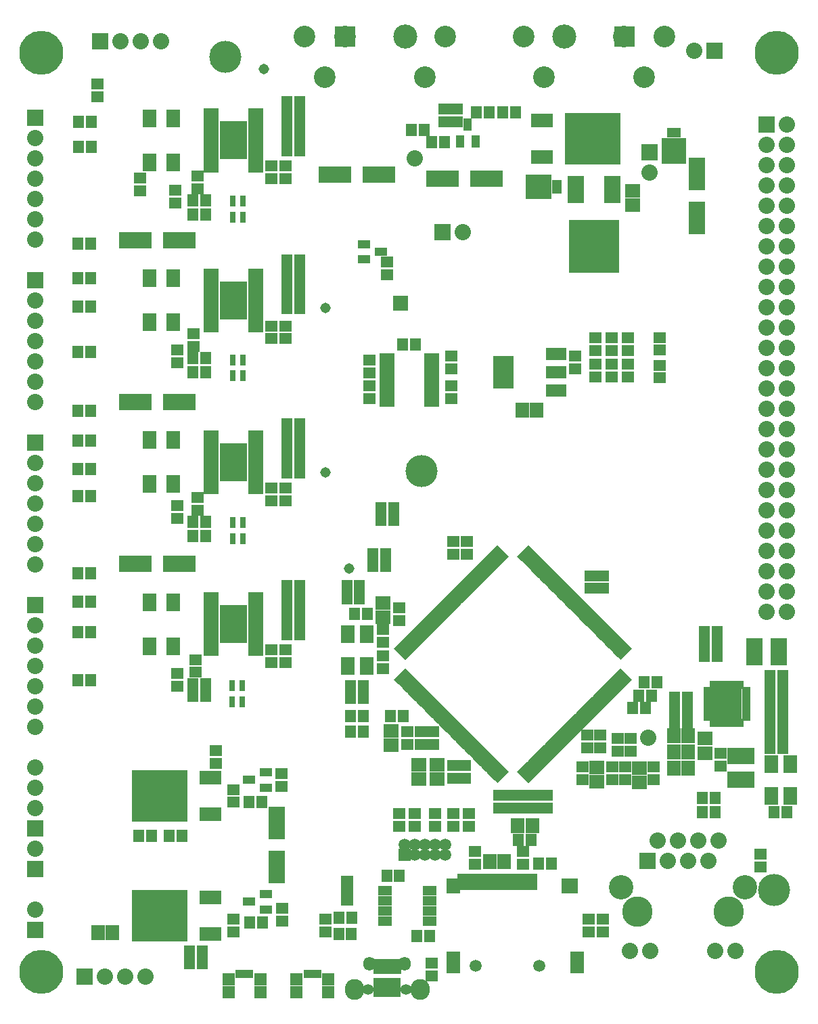
<source format=gts>
G04 (created by PCBNEW (2013-05-18 BZR 4017)-stable) date Mon 02 Mar 2015 17:36:38 GMT*
%MOIN*%
G04 Gerber Fmt 3.4, Leading zero omitted, Abs format*
%FSLAX34Y34*%
G01*
G70*
G90*
G04 APERTURE LIST*
%ADD10C,0.00590551*%
%ADD11C,0.2169*%
%ADD12R,0.1342X0.0948*%
%ADD13O,0.0594X0.0692*%
%ADD14R,0.0357X0.0731*%
%ADD15O,0.0948X0.1027*%
%ADD16C,0.0535*%
%ADD17R,0.083X0.1381*%
%ADD18R,0.2483X0.2641*%
%ADD19R,0.0779X0.0365*%
%ADD20R,0.1381X0.1901*%
%ADD21R,0.0594X0.0436*%
%ADD22R,0.0436X0.0594*%
%ADD23R,0.1X0.164*%
%ADD24R,0.1X0.06*%
%ADD25R,0.1617X0.083*%
%ADD26R,0.083X0.1617*%
%ADD27R,0.0574X0.0594*%
%ADD28R,0.0594X0.0574*%
%ADD29R,0.0653X0.0909*%
%ADD30R,0.0653X0.0771*%
%ADD31R,0.0771X0.0653*%
%ADD32R,0.1106X0.0712*%
%ADD33R,0.2759X0.2523*%
%ADD34R,0.08X0.08*%
%ADD35C,0.08*%
%ADD36R,0.1342X0.0791*%
%ADD37R,0.0791X0.1342*%
%ADD38R,0.0594X0.0594*%
%ADD39C,0.0594*%
%ADD40R,0.0633X0.0987*%
%ADD41R,0.0633X0.0515*%
%ADD42R,0.0672X0.1066*%
%ADD43R,0.0672X0.0751*%
%ADD44R,0.083X0.0751*%
%ADD45R,0.0476X0.083*%
%ADD46R,0.07X0.045*%
%ADD47R,0.0298X0.0436*%
%ADD48R,0.0436X0.0298*%
%ADD49R,0.1499X0.1499*%
%ADD50R,0.12X0.1251*%
%ADD51R,0.07X0.05*%
%ADD52R,0.1251X0.12*%
%ADD53R,0.05X0.07*%
%ADD54C,0.1499*%
%ADD55C,0.12*%
%ADD56R,0.0672X0.0909*%
%ADD57C,0.0515*%
%ADD58C,0.1576*%
%ADD59R,0.029X0.054*%
%ADD60R,0.0987X0.0987*%
%ADD61C,0.1184*%
%ADD62C,0.1066*%
%ADD63R,0.075X0.075*%
%ADD64R,0.0593701X0.0593701*%
%ADD65R,0.0869291X0.043622*%
G04 APERTURE END LIST*
G54D10*
G54D11*
X2754Y1575D03*
G54D12*
X19781Y787D03*
G54D13*
X18905Y1968D03*
G54D14*
X19781Y1840D03*
X19525Y1840D03*
X19269Y1840D03*
X20037Y1840D03*
X20293Y1840D03*
G54D13*
X20657Y1968D03*
G54D15*
X21395Y716D03*
X18167Y716D03*
G54D16*
X20716Y716D03*
X18846Y716D03*
G54D17*
X30890Y40115D03*
G54D18*
X29990Y37288D03*
G54D17*
X29090Y40115D03*
G54D19*
X13303Y34515D03*
X13303Y34771D03*
X13303Y35027D03*
X13303Y35283D03*
X11101Y33751D03*
X13303Y33747D03*
X13303Y34003D03*
X13303Y34259D03*
X11099Y35539D03*
X11099Y35283D03*
X11099Y35027D03*
X11099Y34771D03*
X11099Y34515D03*
X11099Y34259D03*
X13303Y35539D03*
X11101Y34003D03*
X13303Y33491D03*
X13303Y35795D03*
X11099Y35795D03*
X11099Y33491D03*
X13303Y33236D03*
X13303Y36050D03*
X11099Y36050D03*
X11099Y33236D03*
G54D20*
X12201Y34643D03*
G54D19*
X13302Y26542D03*
X13302Y26798D03*
X13302Y27054D03*
X13302Y27310D03*
X11100Y25778D03*
X13302Y25774D03*
X13302Y26030D03*
X13302Y26286D03*
X11098Y27566D03*
X11098Y27310D03*
X11098Y27054D03*
X11098Y26798D03*
X11098Y26542D03*
X11098Y26286D03*
X13302Y27566D03*
X11100Y26030D03*
X13302Y25518D03*
X13302Y27822D03*
X11098Y27822D03*
X11098Y25518D03*
X13302Y25263D03*
X13302Y28077D03*
X11098Y28077D03*
X11098Y25263D03*
G54D20*
X12200Y26670D03*
G54D19*
X13302Y18571D03*
X13302Y18827D03*
X13302Y19083D03*
X13302Y19339D03*
X11100Y17807D03*
X13302Y17803D03*
X13302Y18059D03*
X13302Y18315D03*
X11098Y19595D03*
X11098Y19339D03*
X11098Y19083D03*
X11098Y18827D03*
X11098Y18571D03*
X11098Y18315D03*
X13302Y19595D03*
X11100Y18059D03*
X13302Y17547D03*
X13302Y19851D03*
X11098Y19851D03*
X11098Y17547D03*
X13302Y17292D03*
X13302Y20106D03*
X11098Y20106D03*
X11098Y17292D03*
G54D20*
X12200Y18699D03*
G54D19*
X13304Y42391D03*
X13304Y42647D03*
X13304Y42903D03*
X13304Y43159D03*
X11102Y41627D03*
X13304Y41623D03*
X13304Y41879D03*
X13304Y42135D03*
X11100Y43415D03*
X11100Y43159D03*
X11100Y42903D03*
X11100Y42647D03*
X11100Y42391D03*
X11100Y42135D03*
X13304Y43415D03*
X11102Y41879D03*
X13304Y41367D03*
X13304Y43671D03*
X11100Y43671D03*
X11100Y41367D03*
X13304Y41112D03*
X13304Y43926D03*
X11100Y43926D03*
X11100Y41112D03*
G54D20*
X12202Y42519D03*
G54D19*
X19762Y30837D03*
X19762Y30581D03*
X19762Y30325D03*
X19762Y30069D03*
X21964Y31601D03*
X19762Y31605D03*
X19762Y31349D03*
X19762Y31093D03*
X21966Y29813D03*
X21966Y30069D03*
X21966Y30325D03*
X21966Y30581D03*
X21966Y30837D03*
X21966Y31093D03*
X19762Y29813D03*
X21964Y31349D03*
X19762Y31861D03*
X19762Y29557D03*
X21966Y29557D03*
X21966Y31861D03*
G54D21*
X13800Y4645D03*
X12968Y5020D03*
X13800Y5395D03*
X13800Y10649D03*
X12968Y11024D03*
X13800Y11399D03*
G54D22*
X23383Y42478D03*
X23758Y43310D03*
X24133Y42478D03*
G54D23*
X25509Y31106D03*
G54D24*
X28109Y31106D03*
X28109Y32006D03*
X28109Y30206D03*
G54D25*
X17217Y40838D03*
X19383Y40838D03*
X9546Y21654D03*
X7380Y21654D03*
X9546Y37598D03*
X7380Y37598D03*
X9546Y29626D03*
X7380Y29626D03*
G54D26*
X35029Y40855D03*
X35029Y38689D03*
G54D27*
X35411Y18307D03*
X36041Y18307D03*
X39288Y16142D03*
X38658Y16142D03*
X39288Y15551D03*
X38658Y15551D03*
X35411Y17717D03*
X36041Y17717D03*
X35411Y17126D03*
X36041Y17126D03*
X39288Y14370D03*
X38658Y14370D03*
X39288Y14961D03*
X38658Y14961D03*
X33934Y14469D03*
X34564Y14469D03*
X33934Y15059D03*
X34564Y15059D03*
X38658Y13189D03*
X39288Y13189D03*
G54D28*
X22600Y43423D03*
X22600Y44053D03*
X23200Y43423D03*
X23200Y44053D03*
X12202Y9921D03*
X12202Y10551D03*
X18896Y29803D03*
X18896Y30433D03*
X20372Y9370D03*
X20372Y8740D03*
G54D27*
X20096Y23819D03*
X19466Y23819D03*
G54D28*
X16731Y3524D03*
X16731Y4154D03*
G54D27*
X17990Y14173D03*
X18620Y14173D03*
X17990Y13386D03*
X18620Y13386D03*
X39289Y13780D03*
X38659Y13780D03*
X33934Y13878D03*
X34564Y13878D03*
G54D28*
X29722Y4154D03*
X29722Y3524D03*
X30411Y3524D03*
X30411Y4154D03*
G54D27*
X13601Y9942D03*
X12971Y9942D03*
X13640Y4016D03*
X13010Y4016D03*
G54D28*
X12222Y4154D03*
X12222Y3524D03*
X18896Y31713D03*
X18896Y31083D03*
G54D27*
X19703Y21555D03*
X19073Y21555D03*
G54D28*
X31159Y12441D03*
X31159Y13071D03*
G54D27*
X18423Y19980D03*
X17793Y19980D03*
X38856Y9449D03*
X39486Y9449D03*
X39289Y12598D03*
X38659Y12598D03*
X35313Y10138D03*
X35943Y10138D03*
X35313Y9449D03*
X35943Y9449D03*
X19703Y22146D03*
X19073Y22146D03*
X20096Y24409D03*
X19466Y24409D03*
G54D28*
X31789Y12441D03*
X31789Y13071D03*
G54D27*
X18423Y20571D03*
X17793Y20571D03*
G54D28*
X9447Y31575D03*
X9447Y32205D03*
G54D27*
X15470Y35433D03*
X14840Y35433D03*
X14841Y34839D03*
X15471Y34839D03*
X18620Y15650D03*
X17990Y15650D03*
X14840Y34252D03*
X15470Y34252D03*
G54D28*
X14762Y33382D03*
X14762Y32752D03*
G54D27*
X14840Y36024D03*
X15470Y36024D03*
G54D28*
X14073Y32752D03*
X14073Y33382D03*
X9447Y15630D03*
X9447Y16260D03*
G54D27*
X15470Y19390D03*
X14840Y19390D03*
X14839Y18796D03*
X15469Y18796D03*
G54D28*
X21159Y9370D03*
X21159Y8740D03*
G54D27*
X14840Y18209D03*
X15470Y18209D03*
G54D28*
X14760Y17438D03*
X14760Y16808D03*
G54D27*
X14840Y19980D03*
X15470Y19980D03*
G54D28*
X14071Y16808D03*
X14071Y17438D03*
X9348Y39449D03*
X9348Y40079D03*
G54D27*
X15470Y43209D03*
X14840Y43209D03*
X14842Y42617D03*
X15472Y42617D03*
X14840Y42028D03*
X15470Y42028D03*
G54D28*
X14763Y41258D03*
X14763Y40628D03*
G54D27*
X14840Y43799D03*
X15470Y43799D03*
G54D28*
X14074Y40628D03*
X14074Y41258D03*
X9447Y23898D03*
X9447Y24528D03*
G54D27*
X15470Y27362D03*
X14840Y27362D03*
X14840Y26768D03*
X15470Y26768D03*
X14840Y26181D03*
X15470Y26181D03*
G54D28*
X14761Y25410D03*
X14761Y24780D03*
G54D27*
X14840Y27953D03*
X15470Y27953D03*
G54D28*
X14072Y24780D03*
X14072Y25410D03*
X22144Y9370D03*
X22144Y8740D03*
G54D29*
X9250Y41437D03*
X8068Y41437D03*
G54D30*
X33895Y12402D03*
X34603Y12402D03*
X33895Y13189D03*
X34603Y13189D03*
G54D27*
X17400Y3445D03*
X18015Y3445D03*
G54D31*
X35431Y13052D03*
X35431Y12344D03*
G54D30*
X26435Y29248D03*
X27143Y29248D03*
G54D29*
X9250Y25591D03*
X8068Y25591D03*
X9250Y27756D03*
X8068Y27756D03*
X9250Y43602D03*
X8068Y43602D03*
X9250Y33563D03*
X8068Y33563D03*
X9250Y17618D03*
X8068Y17618D03*
X9250Y35728D03*
X8068Y35728D03*
X9250Y19783D03*
X8068Y19783D03*
G54D28*
X22932Y31279D03*
X22932Y31909D03*
G54D32*
X11063Y3431D03*
G54D33*
X8563Y4331D03*
G54D32*
X11063Y5231D03*
X11061Y9336D03*
G54D33*
X8561Y10236D03*
G54D32*
X11061Y11136D03*
X27400Y43488D03*
G54D33*
X29900Y42588D03*
G54D32*
X27400Y41688D03*
G54D27*
X8187Y8268D03*
X7557Y8268D03*
X10667Y2003D03*
X10037Y2003D03*
X24821Y43898D03*
X24191Y43898D03*
X10052Y2578D03*
X10667Y2578D03*
X9663Y8268D03*
X9048Y8268D03*
X26100Y43898D03*
X25485Y43898D03*
G54D34*
X2429Y43625D03*
G54D35*
X2429Y42625D03*
X2429Y41625D03*
X2429Y40625D03*
X2429Y39625D03*
X2429Y38625D03*
X2429Y37625D03*
G54D34*
X2429Y35625D03*
G54D35*
X2429Y34625D03*
X2429Y33625D03*
X2429Y32625D03*
X2429Y31625D03*
X2429Y30625D03*
X2429Y29625D03*
G54D34*
X2429Y27625D03*
G54D35*
X2429Y26625D03*
X2429Y25625D03*
X2429Y24625D03*
X2429Y23625D03*
X2429Y22625D03*
X2429Y21625D03*
G54D34*
X2429Y19625D03*
G54D35*
X2429Y18625D03*
X2429Y17625D03*
X2429Y16625D03*
X2429Y15625D03*
X2429Y14625D03*
X2429Y13625D03*
G54D34*
X35911Y46929D03*
G54D35*
X34911Y46929D03*
G54D28*
X22932Y30432D03*
X22932Y29802D03*
X36218Y12323D03*
X36218Y11693D03*
G54D36*
X37203Y12205D03*
X37203Y11023D03*
G54D37*
X37891Y17323D03*
X39073Y17323D03*
G54D30*
X34604Y11614D03*
X33896Y11614D03*
G54D27*
X10844Y31791D03*
X10214Y31791D03*
X10844Y39567D03*
X10214Y39567D03*
X10844Y15748D03*
X10214Y15748D03*
X10844Y23720D03*
X10214Y23720D03*
X10214Y31102D03*
X10829Y31102D03*
X10214Y38878D03*
X10829Y38878D03*
X10214Y15157D03*
X10829Y15157D03*
X10214Y23031D03*
X10829Y23031D03*
X14840Y28543D03*
X15470Y28543D03*
X14840Y44390D03*
X15470Y44390D03*
X14840Y36614D03*
X15470Y36614D03*
X14840Y20571D03*
X15470Y20571D03*
G54D30*
X25549Y6988D03*
X24841Y6988D03*
G54D38*
X20651Y7329D03*
G54D39*
X20651Y7829D03*
X21151Y7329D03*
X21151Y7829D03*
X21651Y7329D03*
X21651Y7829D03*
X22151Y7329D03*
X22151Y7829D03*
X22651Y7329D03*
X22651Y7829D03*
G54D40*
X17813Y5807D03*
G54D41*
X17813Y5059D03*
G54D39*
X24140Y1870D03*
X27282Y1870D03*
G54D42*
X23030Y2027D03*
X29132Y2027D03*
G54D43*
X23030Y5807D03*
G54D44*
X28778Y5807D03*
G54D45*
X26947Y6004D03*
X26514Y6004D03*
X26081Y6004D03*
X25648Y6004D03*
X25215Y6004D03*
X24782Y6004D03*
X24349Y6004D03*
X23916Y6004D03*
X23483Y6004D03*
G54D28*
X32911Y11024D03*
X32911Y11654D03*
X30864Y11024D03*
X30864Y11654D03*
G54D27*
X18187Y19193D03*
X18817Y19193D03*
G54D28*
X27655Y10256D03*
X27655Y9626D03*
G54D27*
X26258Y8071D03*
X26888Y8071D03*
G54D28*
X20766Y13406D03*
X20766Y12776D03*
G54D10*
G36*
X25553Y21812D02*
X24994Y22372D01*
X25213Y22591D01*
X25773Y22032D01*
X25553Y21812D01*
X25553Y21812D01*
G37*
G36*
X25414Y21673D02*
X24855Y22232D01*
X25074Y22452D01*
X25633Y21892D01*
X25414Y21673D01*
X25414Y21673D01*
G37*
G36*
X25275Y21534D02*
X24715Y22093D01*
X24935Y22312D01*
X25494Y21753D01*
X25275Y21534D01*
X25275Y21534D01*
G37*
G36*
X25135Y21395D02*
X24576Y21954D01*
X24795Y22173D01*
X25355Y21614D01*
X25135Y21395D01*
X25135Y21395D01*
G37*
G36*
X24996Y21255D02*
X24437Y21815D01*
X24656Y22034D01*
X25215Y21474D01*
X24996Y21255D01*
X24996Y21255D01*
G37*
G36*
X24858Y21117D02*
X24298Y21676D01*
X24517Y21895D01*
X25077Y21336D01*
X24858Y21117D01*
X24858Y21117D01*
G37*
G36*
X24718Y20977D02*
X24159Y21537D01*
X24378Y21756D01*
X24937Y21197D01*
X24718Y20977D01*
X24718Y20977D01*
G37*
G36*
X24579Y20838D02*
X24020Y21397D01*
X24239Y21617D01*
X24798Y21057D01*
X24579Y20838D01*
X24579Y20838D01*
G37*
G36*
X24440Y20699D02*
X23880Y21258D01*
X24100Y21477D01*
X24659Y20918D01*
X24440Y20699D01*
X24440Y20699D01*
G37*
G36*
X24300Y20559D02*
X23741Y21119D01*
X23960Y21338D01*
X24520Y20779D01*
X24300Y20559D01*
X24300Y20559D01*
G37*
G36*
X24161Y20420D02*
X23602Y20979D01*
X23821Y21199D01*
X24380Y20639D01*
X24161Y20420D01*
X24161Y20420D01*
G37*
G36*
X24022Y20282D02*
X23463Y20841D01*
X23682Y21060D01*
X24242Y20501D01*
X24022Y20282D01*
X24022Y20282D01*
G37*
G36*
X23883Y20142D02*
X23324Y20702D01*
X23543Y20921D01*
X24102Y20361D01*
X23883Y20142D01*
X23883Y20142D01*
G37*
G36*
X23744Y20003D02*
X23185Y20562D01*
X23404Y20781D01*
X23963Y20222D01*
X23744Y20003D01*
X23744Y20003D01*
G37*
G36*
X23605Y19864D02*
X23045Y20423D01*
X23264Y20642D01*
X23824Y20083D01*
X23605Y19864D01*
X23605Y19864D01*
G37*
G36*
X23465Y19724D02*
X22906Y20284D01*
X23125Y20503D01*
X23684Y19944D01*
X23465Y19724D01*
X23465Y19724D01*
G37*
G36*
X23326Y19585D02*
X22767Y20144D01*
X22986Y20364D01*
X23545Y19804D01*
X23326Y19585D01*
X23326Y19585D01*
G37*
G36*
X23187Y19446D02*
X22627Y20005D01*
X22847Y20224D01*
X23406Y19665D01*
X23187Y19446D01*
X23187Y19446D01*
G37*
G36*
X23048Y19307D02*
X22489Y19866D01*
X22708Y20086D01*
X23267Y19526D01*
X23048Y19307D01*
X23048Y19307D01*
G37*
G36*
X22909Y19168D02*
X22349Y19727D01*
X22569Y19946D01*
X23128Y19387D01*
X22909Y19168D01*
X22909Y19168D01*
G37*
G36*
X22769Y19029D02*
X22210Y19588D01*
X22429Y19807D01*
X22989Y19248D01*
X22769Y19029D01*
X22769Y19029D01*
G37*
G36*
X22630Y18889D02*
X22071Y19449D01*
X22290Y19668D01*
X22849Y19108D01*
X22630Y18889D01*
X22630Y18889D01*
G37*
G36*
X22491Y18750D02*
X21932Y19309D01*
X22151Y19528D01*
X22710Y18969D01*
X22491Y18750D01*
X22491Y18750D01*
G37*
G36*
X22352Y18611D02*
X21792Y19170D01*
X22011Y19389D01*
X22571Y18830D01*
X22352Y18611D01*
X22352Y18611D01*
G37*
G36*
X22212Y18471D02*
X21653Y19031D01*
X21872Y19250D01*
X22431Y18691D01*
X22212Y18471D01*
X22212Y18471D01*
G37*
G36*
X22074Y18333D02*
X21514Y18892D01*
X21734Y19111D01*
X22293Y18552D01*
X22074Y18333D01*
X22074Y18333D01*
G37*
G36*
X21934Y18193D02*
X21375Y18753D01*
X21594Y18972D01*
X22154Y18413D01*
X21934Y18193D01*
X21934Y18193D01*
G37*
G36*
X21795Y18054D02*
X21236Y18613D01*
X21455Y18833D01*
X22014Y18273D01*
X21795Y18054D01*
X21795Y18054D01*
G37*
G36*
X21656Y17915D02*
X21096Y18474D01*
X21316Y18693D01*
X21875Y18134D01*
X21656Y17915D01*
X21656Y17915D01*
G37*
G36*
X21516Y17776D02*
X20957Y18335D01*
X21176Y18554D01*
X21736Y17995D01*
X21516Y17776D01*
X21516Y17776D01*
G37*
G36*
X21377Y17636D02*
X20818Y18196D01*
X21037Y18415D01*
X21596Y17855D01*
X21377Y17636D01*
X21377Y17636D01*
G37*
G36*
X21239Y17498D02*
X20679Y18057D01*
X20898Y18276D01*
X21458Y17717D01*
X21239Y17498D01*
X21239Y17498D01*
G37*
G36*
X21099Y17358D02*
X20540Y17918D01*
X20759Y18137D01*
X21318Y17578D01*
X21099Y17358D01*
X21099Y17358D01*
G37*
G36*
X20960Y17219D02*
X20401Y17778D01*
X20620Y17998D01*
X21179Y17438D01*
X20960Y17219D01*
X20960Y17219D01*
G37*
G36*
X20821Y17080D02*
X20261Y17639D01*
X20481Y17858D01*
X21040Y17299D01*
X20821Y17080D01*
X20821Y17080D01*
G37*
G36*
X20681Y16940D02*
X20122Y17500D01*
X20341Y17719D01*
X20901Y17160D01*
X20681Y16940D01*
X20681Y16940D01*
G37*
G36*
X26750Y10872D02*
X26190Y11431D01*
X26410Y11651D01*
X26969Y11091D01*
X26750Y10872D01*
X26750Y10872D01*
G37*
G36*
X26889Y11011D02*
X26330Y11571D01*
X26549Y11790D01*
X27108Y11231D01*
X26889Y11011D01*
X26889Y11011D01*
G37*
G36*
X27028Y11151D02*
X26469Y11710D01*
X26688Y11929D01*
X27248Y11370D01*
X27028Y11151D01*
X27028Y11151D01*
G37*
G36*
X27168Y11290D02*
X26608Y11849D01*
X26828Y12068D01*
X27387Y11509D01*
X27168Y11290D01*
X27168Y11290D01*
G37*
G36*
X27307Y11429D02*
X26748Y11989D01*
X26967Y12208D01*
X27526Y11648D01*
X27307Y11429D01*
X27307Y11429D01*
G37*
G36*
X27446Y11568D02*
X26886Y12127D01*
X27105Y12346D01*
X27665Y11787D01*
X27446Y11568D01*
X27446Y11568D01*
G37*
G36*
X27585Y11707D02*
X27026Y12266D01*
X27245Y12486D01*
X27804Y11926D01*
X27585Y11707D01*
X27585Y11707D01*
G37*
G36*
X27724Y11846D02*
X27165Y12406D01*
X27384Y12625D01*
X27943Y12066D01*
X27724Y11846D01*
X27724Y11846D01*
G37*
G36*
X27863Y11986D02*
X27304Y12545D01*
X27523Y12764D01*
X28083Y12205D01*
X27863Y11986D01*
X27863Y11986D01*
G37*
G36*
X28003Y12125D02*
X27443Y12684D01*
X27663Y12904D01*
X28222Y12344D01*
X28003Y12125D01*
X28003Y12125D01*
G37*
G36*
X28142Y12264D02*
X27583Y12824D01*
X27802Y13043D01*
X28361Y12484D01*
X28142Y12264D01*
X28142Y12264D01*
G37*
G36*
X28281Y12403D02*
X27721Y12962D01*
X27941Y13181D01*
X28500Y12622D01*
X28281Y12403D01*
X28281Y12403D01*
G37*
G36*
X28420Y12542D02*
X27861Y13102D01*
X28080Y13321D01*
X28639Y12761D01*
X28420Y12542D01*
X28420Y12542D01*
G37*
G36*
X28559Y12682D02*
X28000Y13241D01*
X28219Y13460D01*
X28778Y12901D01*
X28559Y12682D01*
X28559Y12682D01*
G37*
G36*
X28699Y12821D02*
X28139Y13380D01*
X28358Y13599D01*
X28918Y13040D01*
X28699Y12821D01*
X28699Y12821D01*
G37*
G36*
X28838Y12960D02*
X28279Y13519D01*
X28498Y13739D01*
X29057Y13179D01*
X28838Y12960D01*
X28838Y12960D01*
G37*
G36*
X28977Y13099D02*
X28418Y13659D01*
X28637Y13878D01*
X29196Y13319D01*
X28977Y13099D01*
X28977Y13099D01*
G37*
G36*
X29116Y13239D02*
X28557Y13798D01*
X28776Y14017D01*
X29336Y13458D01*
X29116Y13239D01*
X29116Y13239D01*
G37*
G36*
X29255Y13377D02*
X28696Y13937D01*
X28915Y14156D01*
X29474Y13597D01*
X29255Y13377D01*
X29255Y13377D01*
G37*
G36*
X29394Y13517D02*
X28835Y14076D01*
X29054Y14295D01*
X29614Y13736D01*
X29394Y13517D01*
X29394Y13517D01*
G37*
G36*
X29534Y13656D02*
X28974Y14215D01*
X29194Y14434D01*
X29753Y13875D01*
X29534Y13656D01*
X29534Y13656D01*
G37*
G36*
X29673Y13795D02*
X29114Y14355D01*
X29333Y14574D01*
X29892Y14014D01*
X29673Y13795D01*
X29673Y13795D01*
G37*
G36*
X29812Y13935D02*
X29253Y14494D01*
X29472Y14713D01*
X30031Y14154D01*
X29812Y13935D01*
X29812Y13935D01*
G37*
G36*
X29952Y14074D02*
X29392Y14633D01*
X29611Y14852D01*
X30171Y14293D01*
X29952Y14074D01*
X29952Y14074D01*
G37*
G36*
X30091Y14213D02*
X29532Y14772D01*
X29751Y14992D01*
X30310Y14432D01*
X30091Y14213D01*
X30091Y14213D01*
G37*
G36*
X30229Y14352D02*
X29670Y14911D01*
X29889Y15130D01*
X30449Y14571D01*
X30229Y14352D01*
X30229Y14352D01*
G37*
G36*
X30369Y14491D02*
X29809Y15050D01*
X30029Y15270D01*
X30588Y14710D01*
X30369Y14491D01*
X30369Y14491D01*
G37*
G36*
X30508Y14630D02*
X29949Y15190D01*
X30168Y15409D01*
X30727Y14850D01*
X30508Y14630D01*
X30508Y14630D01*
G37*
G36*
X30647Y14770D02*
X30088Y15329D01*
X30307Y15548D01*
X30867Y14989D01*
X30647Y14770D01*
X30647Y14770D01*
G37*
G36*
X30787Y14909D02*
X30227Y15468D01*
X30447Y15687D01*
X31006Y15128D01*
X30787Y14909D01*
X30787Y14909D01*
G37*
G36*
X30926Y15048D02*
X30367Y15608D01*
X30586Y15827D01*
X31145Y15267D01*
X30926Y15048D01*
X30926Y15048D01*
G37*
G36*
X31065Y15187D02*
X30505Y15746D01*
X30724Y15965D01*
X31284Y15406D01*
X31065Y15187D01*
X31065Y15187D01*
G37*
G36*
X31204Y15326D02*
X30645Y15885D01*
X30864Y16105D01*
X31423Y15545D01*
X31204Y15326D01*
X31204Y15326D01*
G37*
G36*
X31343Y15465D02*
X30784Y16025D01*
X31003Y16244D01*
X31562Y15685D01*
X31343Y15465D01*
X31343Y15465D01*
G37*
G36*
X31482Y15605D02*
X30923Y16164D01*
X31142Y16383D01*
X31702Y15824D01*
X31482Y15605D01*
X31482Y15605D01*
G37*
G36*
X31622Y15744D02*
X31062Y16303D01*
X31282Y16523D01*
X31841Y15963D01*
X31622Y15744D01*
X31622Y15744D01*
G37*
G36*
X20341Y15744D02*
X20122Y15963D01*
X20681Y16523D01*
X20901Y16303D01*
X20341Y15744D01*
X20341Y15744D01*
G37*
G36*
X20481Y15605D02*
X20261Y15824D01*
X20821Y16383D01*
X21040Y16164D01*
X20481Y15605D01*
X20481Y15605D01*
G37*
G36*
X20620Y15465D02*
X20401Y15685D01*
X20960Y16244D01*
X21179Y16025D01*
X20620Y15465D01*
X20620Y15465D01*
G37*
G36*
X20759Y15326D02*
X20540Y15545D01*
X21099Y16105D01*
X21318Y15885D01*
X20759Y15326D01*
X20759Y15326D01*
G37*
G36*
X20898Y15187D02*
X20679Y15406D01*
X21239Y15965D01*
X21458Y15746D01*
X20898Y15187D01*
X20898Y15187D01*
G37*
G36*
X21037Y15048D02*
X20818Y15267D01*
X21377Y15827D01*
X21596Y15608D01*
X21037Y15048D01*
X21037Y15048D01*
G37*
G36*
X21176Y14909D02*
X20957Y15128D01*
X21516Y15687D01*
X21736Y15468D01*
X21176Y14909D01*
X21176Y14909D01*
G37*
G36*
X21316Y14770D02*
X21096Y14989D01*
X21656Y15548D01*
X21875Y15329D01*
X21316Y14770D01*
X21316Y14770D01*
G37*
G36*
X21455Y14630D02*
X21236Y14850D01*
X21795Y15409D01*
X22014Y15190D01*
X21455Y14630D01*
X21455Y14630D01*
G37*
G36*
X21594Y14491D02*
X21375Y14710D01*
X21934Y15270D01*
X22154Y15050D01*
X21594Y14491D01*
X21594Y14491D01*
G37*
G36*
X21734Y14352D02*
X21514Y14571D01*
X22074Y15130D01*
X22293Y14911D01*
X21734Y14352D01*
X21734Y14352D01*
G37*
G36*
X21872Y14213D02*
X21653Y14432D01*
X22212Y14992D01*
X22431Y14772D01*
X21872Y14213D01*
X21872Y14213D01*
G37*
G36*
X22011Y14074D02*
X21792Y14293D01*
X22352Y14852D01*
X22571Y14633D01*
X22011Y14074D01*
X22011Y14074D01*
G37*
G36*
X22151Y13935D02*
X21932Y14154D01*
X22491Y14713D01*
X22710Y14494D01*
X22151Y13935D01*
X22151Y13935D01*
G37*
G36*
X22290Y13795D02*
X22071Y14014D01*
X22630Y14574D01*
X22849Y14355D01*
X22290Y13795D01*
X22290Y13795D01*
G37*
G36*
X22429Y13656D02*
X22210Y13875D01*
X22769Y14434D01*
X22989Y14215D01*
X22429Y13656D01*
X22429Y13656D01*
G37*
G36*
X22569Y13517D02*
X22349Y13736D01*
X22909Y14295D01*
X23128Y14076D01*
X22569Y13517D01*
X22569Y13517D01*
G37*
G36*
X22708Y13377D02*
X22489Y13597D01*
X23048Y14156D01*
X23267Y13937D01*
X22708Y13377D01*
X22708Y13377D01*
G37*
G36*
X22847Y13239D02*
X22627Y13458D01*
X23187Y14017D01*
X23406Y13798D01*
X22847Y13239D01*
X22847Y13239D01*
G37*
G36*
X22986Y13099D02*
X22767Y13319D01*
X23326Y13878D01*
X23545Y13659D01*
X22986Y13099D01*
X22986Y13099D01*
G37*
G36*
X23125Y12960D02*
X22906Y13179D01*
X23465Y13739D01*
X23684Y13519D01*
X23125Y12960D01*
X23125Y12960D01*
G37*
G36*
X23264Y12821D02*
X23045Y13040D01*
X23605Y13599D01*
X23824Y13380D01*
X23264Y12821D01*
X23264Y12821D01*
G37*
G36*
X23404Y12682D02*
X23185Y12901D01*
X23744Y13460D01*
X23963Y13241D01*
X23404Y12682D01*
X23404Y12682D01*
G37*
G36*
X23543Y12542D02*
X23324Y12761D01*
X23883Y13321D01*
X24102Y13102D01*
X23543Y12542D01*
X23543Y12542D01*
G37*
G36*
X23682Y12403D02*
X23463Y12622D01*
X24022Y13181D01*
X24242Y12962D01*
X23682Y12403D01*
X23682Y12403D01*
G37*
G36*
X23821Y12264D02*
X23602Y12484D01*
X24161Y13043D01*
X24380Y12824D01*
X23821Y12264D01*
X23821Y12264D01*
G37*
G36*
X23960Y12125D02*
X23741Y12344D01*
X24300Y12904D01*
X24520Y12684D01*
X23960Y12125D01*
X23960Y12125D01*
G37*
G36*
X24100Y11986D02*
X23880Y12205D01*
X24440Y12764D01*
X24659Y12545D01*
X24100Y11986D01*
X24100Y11986D01*
G37*
G36*
X24239Y11846D02*
X24020Y12066D01*
X24579Y12625D01*
X24798Y12406D01*
X24239Y11846D01*
X24239Y11846D01*
G37*
G36*
X24378Y11707D02*
X24159Y11926D01*
X24718Y12486D01*
X24937Y12266D01*
X24378Y11707D01*
X24378Y11707D01*
G37*
G36*
X24517Y11568D02*
X24298Y11787D01*
X24858Y12346D01*
X25077Y12127D01*
X24517Y11568D01*
X24517Y11568D01*
G37*
G36*
X24656Y11429D02*
X24437Y11648D01*
X24996Y12208D01*
X25215Y11989D01*
X24656Y11429D01*
X24656Y11429D01*
G37*
G36*
X24795Y11290D02*
X24576Y11509D01*
X25135Y12068D01*
X25355Y11849D01*
X24795Y11290D01*
X24795Y11290D01*
G37*
G36*
X24935Y11151D02*
X24715Y11370D01*
X25275Y11929D01*
X25494Y11710D01*
X24935Y11151D01*
X24935Y11151D01*
G37*
G36*
X25074Y11011D02*
X24855Y11231D01*
X25414Y11790D01*
X25633Y11571D01*
X25074Y11011D01*
X25074Y11011D01*
G37*
G36*
X25213Y10872D02*
X24994Y11091D01*
X25553Y11651D01*
X25773Y11431D01*
X25213Y10872D01*
X25213Y10872D01*
G37*
G36*
X31282Y16940D02*
X31062Y17160D01*
X31622Y17719D01*
X31841Y17500D01*
X31282Y16940D01*
X31282Y16940D01*
G37*
G36*
X31142Y17080D02*
X30923Y17299D01*
X31482Y17858D01*
X31702Y17639D01*
X31142Y17080D01*
X31142Y17080D01*
G37*
G36*
X31003Y17219D02*
X30784Y17438D01*
X31343Y17998D01*
X31562Y17778D01*
X31003Y17219D01*
X31003Y17219D01*
G37*
G36*
X30864Y17358D02*
X30645Y17578D01*
X31204Y18137D01*
X31423Y17918D01*
X30864Y17358D01*
X30864Y17358D01*
G37*
G36*
X30724Y17498D02*
X30505Y17717D01*
X31065Y18276D01*
X31284Y18057D01*
X30724Y17498D01*
X30724Y17498D01*
G37*
G36*
X30586Y17636D02*
X30367Y17855D01*
X30926Y18415D01*
X31145Y18196D01*
X30586Y17636D01*
X30586Y17636D01*
G37*
G36*
X30447Y17776D02*
X30227Y17995D01*
X30787Y18554D01*
X31006Y18335D01*
X30447Y17776D01*
X30447Y17776D01*
G37*
G36*
X30307Y17915D02*
X30088Y18134D01*
X30647Y18693D01*
X30867Y18474D01*
X30307Y17915D01*
X30307Y17915D01*
G37*
G36*
X30168Y18054D02*
X29949Y18273D01*
X30508Y18833D01*
X30727Y18613D01*
X30168Y18054D01*
X30168Y18054D01*
G37*
G36*
X30029Y18193D02*
X29809Y18413D01*
X30369Y18972D01*
X30588Y18753D01*
X30029Y18193D01*
X30029Y18193D01*
G37*
G36*
X29889Y18333D02*
X29670Y18552D01*
X30229Y19111D01*
X30449Y18892D01*
X29889Y18333D01*
X29889Y18333D01*
G37*
G36*
X29751Y18471D02*
X29532Y18691D01*
X30091Y19250D01*
X30310Y19031D01*
X29751Y18471D01*
X29751Y18471D01*
G37*
G36*
X29611Y18611D02*
X29392Y18830D01*
X29952Y19389D01*
X30171Y19170D01*
X29611Y18611D01*
X29611Y18611D01*
G37*
G36*
X29472Y18750D02*
X29253Y18969D01*
X29812Y19528D01*
X30031Y19309D01*
X29472Y18750D01*
X29472Y18750D01*
G37*
G36*
X29333Y18889D02*
X29114Y19108D01*
X29673Y19668D01*
X29892Y19449D01*
X29333Y18889D01*
X29333Y18889D01*
G37*
G36*
X29194Y19029D02*
X28974Y19248D01*
X29534Y19807D01*
X29753Y19588D01*
X29194Y19029D01*
X29194Y19029D01*
G37*
G36*
X29054Y19168D02*
X28835Y19387D01*
X29394Y19946D01*
X29614Y19727D01*
X29054Y19168D01*
X29054Y19168D01*
G37*
G36*
X28915Y19307D02*
X28696Y19526D01*
X29255Y20086D01*
X29474Y19866D01*
X28915Y19307D01*
X28915Y19307D01*
G37*
G36*
X28776Y19446D02*
X28557Y19665D01*
X29116Y20224D01*
X29336Y20005D01*
X28776Y19446D01*
X28776Y19446D01*
G37*
G36*
X28637Y19585D02*
X28418Y19804D01*
X28977Y20364D01*
X29196Y20144D01*
X28637Y19585D01*
X28637Y19585D01*
G37*
G36*
X28498Y19724D02*
X28279Y19944D01*
X28838Y20503D01*
X29057Y20284D01*
X28498Y19724D01*
X28498Y19724D01*
G37*
G36*
X28358Y19864D02*
X28139Y20083D01*
X28699Y20642D01*
X28918Y20423D01*
X28358Y19864D01*
X28358Y19864D01*
G37*
G36*
X28219Y20003D02*
X28000Y20222D01*
X28559Y20781D01*
X28778Y20562D01*
X28219Y20003D01*
X28219Y20003D01*
G37*
G36*
X28080Y20142D02*
X27861Y20361D01*
X28420Y20921D01*
X28639Y20702D01*
X28080Y20142D01*
X28080Y20142D01*
G37*
G36*
X27941Y20282D02*
X27721Y20501D01*
X28281Y21060D01*
X28500Y20841D01*
X27941Y20282D01*
X27941Y20282D01*
G37*
G36*
X27802Y20420D02*
X27583Y20639D01*
X28142Y21199D01*
X28361Y20979D01*
X27802Y20420D01*
X27802Y20420D01*
G37*
G36*
X27663Y20559D02*
X27443Y20779D01*
X28003Y21338D01*
X28222Y21119D01*
X27663Y20559D01*
X27663Y20559D01*
G37*
G36*
X27523Y20699D02*
X27304Y20918D01*
X27863Y21477D01*
X28083Y21258D01*
X27523Y20699D01*
X27523Y20699D01*
G37*
G36*
X27384Y20838D02*
X27165Y21057D01*
X27724Y21617D01*
X27943Y21397D01*
X27384Y20838D01*
X27384Y20838D01*
G37*
G36*
X27245Y20977D02*
X27026Y21197D01*
X27585Y21756D01*
X27804Y21537D01*
X27245Y20977D01*
X27245Y20977D01*
G37*
G36*
X27105Y21117D02*
X26886Y21336D01*
X27446Y21895D01*
X27665Y21676D01*
X27105Y21117D01*
X27105Y21117D01*
G37*
G36*
X26967Y21255D02*
X26748Y21474D01*
X27307Y22034D01*
X27526Y21815D01*
X26967Y21255D01*
X26967Y21255D01*
G37*
G36*
X26828Y21395D02*
X26608Y21614D01*
X27168Y22173D01*
X27387Y21954D01*
X26828Y21395D01*
X26828Y21395D01*
G37*
G36*
X26688Y21534D02*
X26469Y21753D01*
X27028Y22312D01*
X27248Y22093D01*
X26688Y21534D01*
X26688Y21534D01*
G37*
G36*
X26549Y21673D02*
X26330Y21892D01*
X26889Y22452D01*
X27108Y22232D01*
X26549Y21673D01*
X26549Y21673D01*
G37*
G36*
X26410Y21812D02*
X26190Y22032D01*
X26750Y22591D01*
X26969Y22372D01*
X26410Y21812D01*
X26410Y21812D01*
G37*
G54D31*
X21356Y11771D03*
X21356Y11063D03*
X19585Y19036D03*
X19585Y19744D03*
G54D30*
X26219Y8760D03*
X26927Y8760D03*
G54D31*
X19978Y13445D03*
X19978Y12737D03*
X30116Y11634D03*
X30116Y10926D03*
X32222Y11614D03*
X32222Y10906D03*
G54D27*
X31868Y14567D03*
X32498Y14567D03*
X18030Y4232D03*
X17400Y4232D03*
G54D28*
X19585Y17795D03*
X19585Y18425D03*
X19585Y17146D03*
X19585Y16516D03*
X23620Y11732D03*
X23620Y11102D03*
G54D27*
X32163Y15157D03*
X32793Y15157D03*
G54D28*
X29821Y20453D03*
X29821Y21083D03*
X30411Y20453D03*
X30411Y21083D03*
X21455Y13406D03*
X21455Y12776D03*
X23029Y11732D03*
X23029Y11102D03*
X22045Y13406D03*
X22045Y12776D03*
X20372Y18878D03*
X20372Y19508D03*
X23029Y22126D03*
X23029Y22756D03*
G54D27*
X18620Y15059D03*
X17990Y15059D03*
G54D28*
X27065Y10256D03*
X27065Y9626D03*
X23029Y9370D03*
X23029Y8740D03*
X25884Y10256D03*
X25884Y9626D03*
X23718Y22126D03*
X23718Y22756D03*
G54D27*
X20588Y14173D03*
X19958Y14173D03*
G54D28*
X26474Y9626D03*
X26474Y10256D03*
G54D31*
X22242Y11771D03*
X22242Y11063D03*
G54D27*
X20550Y32480D03*
X21180Y32480D03*
G54D34*
X38474Y43299D03*
G54D35*
X39474Y43299D03*
X38474Y38299D03*
X39474Y42299D03*
X38474Y37299D03*
X39474Y41299D03*
X38474Y36299D03*
X39474Y40299D03*
X38474Y35299D03*
X39474Y39299D03*
X38474Y34299D03*
X39474Y38299D03*
X38474Y33299D03*
X39474Y37299D03*
X38474Y32299D03*
X39474Y36299D03*
X38474Y31299D03*
X39474Y35299D03*
X38474Y30299D03*
X39474Y34299D03*
X38474Y29299D03*
X39474Y33299D03*
X38474Y28299D03*
X39474Y32299D03*
X39474Y31299D03*
X38474Y27299D03*
X39474Y30299D03*
X39474Y28299D03*
X39474Y27299D03*
X39474Y26299D03*
X39474Y25299D03*
X38474Y26299D03*
X38474Y25299D03*
X38474Y42299D03*
X38474Y41299D03*
X38474Y40299D03*
X38474Y39299D03*
X38474Y24299D03*
X39474Y24299D03*
X39474Y29299D03*
X38474Y23299D03*
X39474Y23299D03*
X38474Y22299D03*
X39474Y22299D03*
X38474Y21299D03*
X39474Y21299D03*
X38474Y20299D03*
X39474Y20299D03*
X38474Y19299D03*
X39474Y19299D03*
G54D46*
X21866Y4073D03*
X21866Y4573D03*
X21866Y5073D03*
X21866Y5573D03*
X19666Y5573D03*
X19666Y5073D03*
X19666Y4573D03*
X19666Y4073D03*
G54D27*
X21238Y3346D03*
X21868Y3346D03*
X19762Y6299D03*
X20392Y6299D03*
G54D28*
X19781Y36535D03*
X19781Y35905D03*
G54D47*
X35826Y13820D03*
X36023Y13820D03*
X36220Y13820D03*
X36417Y13820D03*
X36613Y13820D03*
X36810Y13820D03*
X37007Y13820D03*
X37204Y13820D03*
G54D48*
X37460Y14862D03*
X37460Y15058D03*
X37460Y15255D03*
X37460Y15452D03*
G54D49*
X36514Y14764D03*
G54D48*
X37460Y14075D03*
X37460Y14272D03*
X37460Y14469D03*
X37460Y14665D03*
G54D47*
X37202Y15708D03*
X37005Y15709D03*
X36809Y15709D03*
X36612Y15709D03*
X36415Y15709D03*
X36218Y15709D03*
X36021Y15709D03*
X35824Y15709D03*
G54D48*
X35569Y15453D03*
X35569Y15256D03*
X35569Y15059D03*
X35569Y14863D03*
X35569Y14666D03*
X35569Y14469D03*
X35569Y14272D03*
X35569Y14075D03*
G54D27*
X5165Y29188D03*
X4535Y29188D03*
G54D50*
X33896Y41988D03*
G54D51*
X33896Y42914D03*
G54D52*
X27230Y40228D03*
G54D53*
X28156Y40228D03*
G54D28*
X10234Y32362D03*
X10234Y32992D03*
X10431Y40138D03*
X10431Y40768D03*
X10333Y16319D03*
X10333Y16949D03*
X10431Y24291D03*
X10431Y24921D03*
G54D54*
X32098Y4528D03*
X36598Y4528D03*
G54D35*
X36098Y8028D03*
X35600Y7028D03*
X35098Y8028D03*
X34600Y7028D03*
X34098Y8028D03*
X33600Y7028D03*
X33098Y8028D03*
G54D55*
X31298Y5729D03*
X37398Y5728D03*
G54D35*
X35956Y2599D03*
X32740Y2599D03*
X36956Y2599D03*
X31740Y2599D03*
G54D34*
X32600Y7028D03*
G54D56*
X38699Y11811D03*
X38699Y10237D03*
X39643Y10237D03*
X39643Y11811D03*
X18777Y16634D03*
X18777Y18208D03*
X17833Y18208D03*
X17833Y16634D03*
G54D57*
X16730Y26181D03*
X13700Y46038D03*
X16730Y34252D03*
X17900Y21438D03*
G54D28*
X25293Y10256D03*
X25293Y9626D03*
X23817Y9370D03*
X23817Y8740D03*
G54D27*
X27242Y6890D03*
X27872Y6890D03*
G54D28*
X26474Y6870D03*
X26474Y7500D03*
G54D27*
X32458Y15846D03*
X33088Y15846D03*
G54D28*
X24112Y6870D03*
X24112Y7500D03*
G54D21*
X18643Y37415D03*
X19475Y37040D03*
X18643Y36665D03*
G54D34*
X32696Y41944D03*
G54D35*
X32696Y40944D03*
G54D58*
X38850Y5588D03*
X11800Y46638D03*
X21469Y26225D03*
G54D27*
X22596Y42441D03*
X21966Y42441D03*
G54D28*
X14565Y10709D03*
X14565Y11339D03*
X14604Y4055D03*
X14604Y4685D03*
G54D59*
X12177Y22918D03*
X12677Y22918D03*
X12179Y23706D03*
X12679Y23706D03*
X12181Y31716D03*
X12681Y31716D03*
X12173Y39532D03*
X12673Y39532D03*
X12151Y15652D03*
X12651Y15652D03*
X12151Y14856D03*
X12651Y14856D03*
X12187Y30934D03*
X12687Y30934D03*
X12173Y38732D03*
X12673Y38732D03*
G54D35*
X32638Y13104D03*
X21148Y41630D03*
G54D28*
X38187Y6732D03*
X38187Y7362D03*
X21966Y1378D03*
X21966Y2008D03*
X31514Y11024D03*
X31514Y11654D03*
X29407Y11024D03*
X29407Y11654D03*
G54D34*
X22500Y37988D03*
G54D35*
X23500Y37988D03*
G54D25*
X22517Y40638D03*
X24683Y40638D03*
G54D26*
X14329Y8898D03*
X14329Y6732D03*
G54D27*
X5165Y34338D03*
X4535Y34338D03*
X5215Y42188D03*
X4585Y42188D03*
G54D28*
X7600Y40023D03*
X7600Y40653D03*
G54D27*
X5165Y37438D03*
X4535Y37438D03*
X4535Y35738D03*
X5165Y35738D03*
X21615Y43038D03*
X20985Y43038D03*
X4535Y32088D03*
X5165Y32088D03*
X5165Y21188D03*
X4535Y21188D03*
X4535Y19788D03*
X5165Y19788D03*
X5165Y18288D03*
X4535Y18288D03*
X4535Y15938D03*
X5165Y15938D03*
X4585Y43438D03*
X5215Y43438D03*
G54D28*
X30273Y12618D03*
X30273Y13248D03*
X29045Y31890D03*
X29045Y31260D03*
X11333Y12480D03*
X11333Y11850D03*
G54D31*
X31880Y40042D03*
X31880Y39334D03*
G54D27*
X4535Y27738D03*
X5165Y27738D03*
X5165Y26338D03*
X4535Y26338D03*
X4535Y24988D03*
X5165Y24988D03*
G54D28*
X5500Y44673D03*
X5500Y45303D03*
X29644Y13248D03*
X29644Y12618D03*
G54D34*
X4888Y1328D03*
G54D35*
X5888Y1328D03*
X6888Y1328D03*
X7888Y1328D03*
G54D11*
X38974Y46850D03*
X38974Y1575D03*
X2754Y46850D03*
G54D34*
X2429Y8625D03*
G54D35*
X2429Y9625D03*
X2429Y10625D03*
X2429Y11625D03*
G54D34*
X2429Y6625D03*
G54D35*
X2429Y7625D03*
G54D34*
X2429Y3625D03*
G54D35*
X2429Y4625D03*
G54D30*
X6254Y3488D03*
X5546Y3488D03*
G54D60*
X31476Y47638D03*
G54D61*
X28524Y47638D03*
G54D62*
X32450Y45638D03*
X33450Y47638D03*
X31450Y47638D03*
X16700Y45638D03*
X17700Y47638D03*
X15700Y47638D03*
X21650Y45638D03*
X22650Y47638D03*
X20650Y47638D03*
G54D63*
X20450Y34488D03*
G54D62*
X27500Y45638D03*
X28500Y47638D03*
X26500Y47638D03*
G54D60*
X17715Y47638D03*
G54D61*
X20667Y47638D03*
G54D34*
X5650Y47388D03*
G54D35*
X6650Y47388D03*
X7650Y47388D03*
X8650Y47388D03*
G54D28*
X30050Y32173D03*
X30050Y32803D03*
X30850Y32173D03*
X30850Y32803D03*
X31650Y32173D03*
X31650Y32803D03*
X30050Y30873D03*
X30050Y31488D03*
X30850Y30873D03*
X30850Y31488D03*
X31650Y30873D03*
X31650Y31488D03*
X33200Y30823D03*
X33200Y31438D03*
X33200Y32803D03*
X33200Y32188D03*
G54D64*
X15312Y573D03*
X16887Y573D03*
X16887Y1202D03*
X15312Y1202D03*
G54D65*
X16100Y1478D03*
G54D64*
X11962Y573D03*
X13537Y573D03*
X13537Y1202D03*
X11962Y1202D03*
G54D65*
X12750Y1478D03*
M02*

</source>
